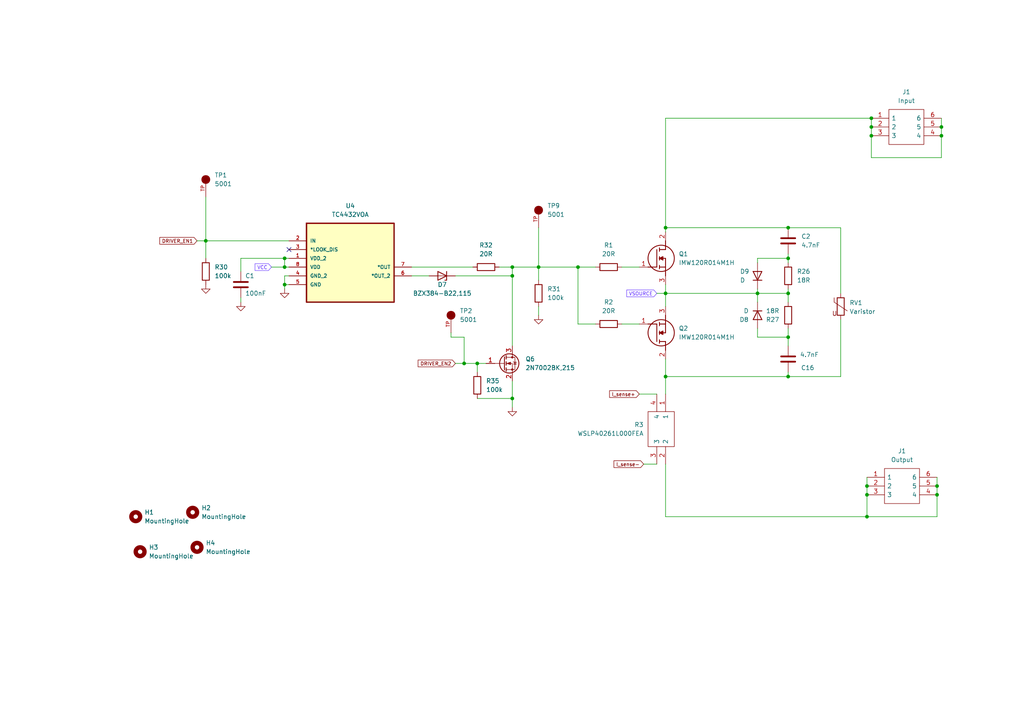
<source format=kicad_sch>
(kicad_sch (version 20230121) (generator eeschema)
  (paper "A4")
  (lib_symbols
    (symbol "5001:5001" (pin_names (offset 1.016))
      (property "Reference" "TP" (at -2.5444 2.5415 0))
      (property "Value" "5001" (at -2.55 -5.0866 0))
      (symbol "5001_0_0"
        (circle (center 0 0) (radius 0.635) (stroke (width 1.27)))
        (pin passive line (at -5.08 0 0) (length 5.08) (name "~") (number "TP"))
      )
    )
    (symbol "7461057:7461057" (pin_names (offset 0.762))
      (property "Reference" "J" (at 16.51 7.62 0))
      (property "Value" "7461057" (at 16.51 5.08 0))
      (symbol "7461057_0_0"
        (pin passive line (at 0 0 0) (length 5.08) (name "1") (number "1"))
        (pin passive line (at 0 -2.54 0) (length 5.08) (name "2") (number "2"))
        (pin passive line (at 0 -5.08 0) (length 5.08) (name "3") (number "3"))
        (pin passive line (at 20.32 -5.08 180) (length 5.08) (name "4") (number "4"))
        (pin passive line (at 20.32 -2.54 180) (length 5.08) (name "5") (number "5"))
        (pin passive line (at 20.32 0 180) (length 5.08) (name "6") (number "6"))
      )
      (symbol "7461057_0_1"
        (polyline (pts (xy 5.08 2.54) (xy 15.24 2.54) (xy 15.24 -7.62) (xy 5.08 -7.62) (xy 5.08 2.54)) (stroke (width 0.1524)))
      )
    )
    (symbol "Device:C" (pin_numbers hide) (pin_names (offset 0.254))
      (property "Reference" "C" (at 0.635 2.54 0))
      (property "Value" "C" (at 0.635 -2.54 0))
      (symbol "C_0_1"
        (polyline (pts (xy -2.032 -0.762) (xy 2.032 -0.762)) (stroke (width 0.508)))
        (polyline (pts (xy -2.032 0.762) (xy 2.032 0.762)) (stroke (width 0.508)))
      )
      (symbol "C_1_1"
        (pin passive line (at 0 3.81 270) (length 2.794) (name "~") (number "1"))
        (pin passive line (at 0 -3.81 90) (length 2.794) (name "~") (number "2"))
      )
    )
    (symbol "Device:D" (pin_numbers hide) (pin_names (offset 1.016) hide)
      (property "Reference" "D" (at 0 2.54 0))
      (property "Value" "D" (at 0 -2.54 0))
      (symbol "D_0_1"
        (polyline (pts (xy -1.27 1.27) (xy -1.27 -1.27)) (stroke (width 0.254)))
        (polyline (pts (xy 1.27 0) (xy -1.27 0)))
        (polyline (pts (xy 1.27 1.27) (xy 1.27 -1.27) (xy -1.27 0) (xy 1.27 1.27)) (stroke (width 0.254)))
      )
      (symbol "D_1_1"
        (pin passive line (at -3.81 0 0) (length 2.54) (name "K") (number "1"))
        (pin passive line (at 3.81 0 180) (length 2.54) (name "A") (number "2"))
      )
    )
    (symbol "Device:D_Zener" (pin_numbers hide) (pin_names (offset 1.016) hide)
      (property "Reference" "D" (at 0 2.54 0))
      (property "Value" "D_Zener" (at 0 -2.54 0))
      (symbol "D_Zener_0_1"
        (polyline (pts (xy 1.27 0) (xy -1.27 0)))
        (polyline (pts (xy -1.27 -1.27) (xy -1.27 1.27) (xy -0.762 1.27)) (stroke (width 0.254)))
        (polyline (pts (xy 1.27 -1.27) (xy 1.27 1.27) (xy -1.27 0) (xy 1.27 -1.27)) (stroke (width 0.254)))
      )
      (symbol "D_Zener_1_1"
        (pin passive line (at -3.81 0 0) (length 2.54) (name "K") (number "1"))
        (pin passive line (at 3.81 0 180) (length 2.54) (name "A") (number "2"))
      )
    )
    (symbol "Device:R" (pin_numbers hide) (pin_names (offset 0))
      (property "Reference" "R" (at 2.032 0 90))
      (property "Value" "R" (at 0 0 90))
      (symbol "R_0_1"
        (rectangle (start -1.016 -2.54) (end 1.016 2.54) (stroke (width 0.254)))
      )
      (symbol "R_1_1"
        (pin passive line (at 0 3.81 270) (length 1.27) (name "~") (number "1"))
        (pin passive line (at 0 -3.81 90) (length 1.27) (name "~") (number "2"))
      )
    )
    (symbol "Device:Varistor" (pin_numbers hide) (pin_names (offset 0))
      (property "Reference" "RV" (at 3.175 0 90))
      (property "Value" "Varistor" (at -3.175 0 90))
      (symbol "Varistor_0_0"
        (text "U" (at -1.778 -2.032 0) (effects (font (size 1.27 1.27))))
      )
      (symbol "Varistor_0_1"
        (rectangle (start -1.016 -2.54) (end 1.016 2.54) (stroke (width 0.254)))
        (polyline (pts (xy -1.905 2.54) (xy -1.905 1.27) (xy 1.905 -1.27)))
      )
      (symbol "Varistor_1_1"
        (pin passive line (at 0 3.81 270) (length 1.27) (name "~") (number "1"))
        (pin passive line (at 0 -3.81 90) (length 1.27) (name "~") (number "2"))
      )
    )
    (symbol "IMW120R014M1H:IMW120R014M1H" (pin_names hide)
      (property "Reference" "Q" (at 11.43 3.81 0))
      (property "Value" "IMW120R014M1H" (at 11.43 1.27 0))
      (symbol "IMW120R014M1H_1_1"
        (polyline (pts (xy 2.54 0) (xy 5.08 0)) (stroke (width 0.254)))
        (polyline (pts (xy 5.08 5.08) (xy 5.08 0)) (stroke (width 0.254)))
        (polyline (pts (xy 5.842 -0.508) (xy 5.842 0.508)) (stroke (width 0.254)))
        (polyline (pts (xy 5.842 0) (xy 7.62 0)) (stroke (width 0.254)))
        (polyline (pts (xy 5.842 2.032) (xy 5.842 3.048)) (stroke (width 0.254)))
        (polyline (pts (xy 5.842 5.588) (xy 5.842 4.572)) (stroke (width 0.254)))
        (polyline (pts (xy 7.62 2.54) (xy 5.842 2.54)) (stroke (width 0.254)))
        (polyline (pts (xy 7.62 2.54) (xy 7.62 -2.54)) (stroke (width 0.254)))
        (polyline (pts (xy 7.62 5.08) (xy 5.842 5.08)) (stroke (width 0.254)))
        (polyline (pts (xy 7.62 5.08) (xy 7.62 7.62)) (stroke (width 0.254)))
        (polyline (pts (xy 5.842 2.54) (xy 6.858 3.048) (xy 6.858 2.032) (xy 5.842 2.54)) (stroke (width 0.254)) (fill (type outline)))
        (circle (center 6.35 2.54) (radius 3.81) (stroke (width 0.254)))
        (pin passive line (at 0 0 0) (length 2.54) (name "G") (number "1"))
        (pin passive line (at 7.62 10.16 270) (length 2.54) (name "D") (number "2"))
        (pin passive line (at 7.62 -5.08 90) (length 2.54) (name "S") (number "3"))
      )
    )
    (symbol "Mechanical:MountingHole" (pin_names (offset 1.016))
      (property "Reference" "H" (at 0 5.08 0))
      (property "Value" "MountingHole" (at 0 3.175 0))
      (symbol "MountingHole_0_1"
        (circle (center 0 0) (radius 1.27) (stroke (width 1.27)))
      )
    )
    (symbol "TC4432VOA:TC4432VOA" (pin_names (offset 1.016))
      (property "Reference" "U" (at -4.5216 8.7638 0))
      (property "Value" "TC4432VOA" (at -6.5632 -18.0615 0))
      (symbol "TC4432VOA_0_0"
        (rectangle (start -12.7 -15.24) (end 12.7 7.62) (stroke (width 0.4064)) (fill (type background)))
        (pin power_in line (at -17.78 -2.54 0) (length 5.08) (name "VDD_2") (number "1"))
        (pin input line (at -17.78 2.54 0) (length 5.08) (name "IN") (number "2"))
        (pin input line (at -17.78 0 0) (length 5.08) (name "*LOOK_DIS") (number "3"))
        (pin passive line (at -17.78 -7.62 0) (length 5.08) (name "GND_2") (number "4"))
        (pin passive line (at -17.78 -10.16 0) (length 5.08) (name "GND") (number "5"))
        (pin output line (at 17.78 -7.62 180) (length 5.08) (name "*OUT_2") (number "6"))
        (pin output line (at 17.78 -5.08 180) (length 5.08) (name "*OUT") (number "7"))
        (pin power_in line (at -17.78 -5.08 0) (length 5.08) (name "VDD") (number "8"))
      )
    )
    (symbol "Transistor_FET:2N7002" (pin_names hide)
      (property "Reference" "Q" (at 5.08 1.905 0))
      (property "Value" "2N7002" (at 5.08 0 0))
      (symbol "2N7002_0_1"
        (polyline (pts (xy 0.254 0) (xy -2.54 0)))
        (polyline (pts (xy 0.254 1.905) (xy 0.254 -1.905)) (stroke (width 0.254)))
        (polyline (pts (xy 0.762 -1.27) (xy 0.762 -2.286)) (stroke (width 0.254)))
        (polyline (pts (xy 0.762 0.508) (xy 0.762 -0.508)) (stroke (width 0.254)))
        (polyline (pts (xy 0.762 2.286) (xy 0.762 1.27)) (stroke (width 0.254)))
        (polyline (pts (xy 2.54 2.54) (xy 2.54 1.778)))
        (polyline (pts (xy 2.54 -2.54) (xy 2.54 0) (xy 0.762 0)))
        (polyline (pts (xy 0.762 -1.778) (xy 3.302 -1.778) (xy 3.302 1.778) (xy 0.762 1.778)))
        (polyline (pts (xy 1.016 0) (xy 2.032 0.381) (xy 2.032 -0.381) (xy 1.016 0)) (fill (type outline)))
        (polyline (pts (xy 2.794 0.508) (xy 2.921 0.381) (xy 3.683 0.381) (xy 3.81 0.254)))
        (polyline (pts (xy 3.302 0.381) (xy 2.921 -0.254) (xy 3.683 -0.254) (xy 3.302 0.381)))
        (circle (center 1.651 0) (radius 2.794) (stroke (width 0.254)))
        (circle (center 2.54 -1.778) (radius 0.254) (fill (type outline)))
        (circle (center 2.54 1.778) (radius 0.254) (fill (type outline)))
      )
      (symbol "2N7002_1_1"
        (pin input line (at -5.08 0 0) (length 2.54) (name "G") (number "1"))
        (pin passive line (at 2.54 -5.08 90) (length 2.54) (name "S") (number "2"))
        (pin passive line (at 2.54 5.08 270) (length 2.54) (name "D") (number "3"))
      )
    )
    (symbol "WSLP40261L000FEA:WSLP40261L000FEA" (pin_names (offset 0.762))
      (property "Reference" "R" (at 16.51 7.62 0))
      (property "Value" "WSLP40261L000FEA" (at 16.51 5.08 0))
      (symbol "WSLP40261L000FEA_0_0"
        (pin passive line (at 0 -2.54 0) (length 5.08) (name "1") (number "1"))
        (pin passive line (at 20.32 -2.54 180) (length 5.08) (name "2") (number "2"))
        (pin passive line (at 20.32 0 180) (length 5.08) (name "3") (number "3"))
        (pin passive line (at 0 0 0) (length 5.08) (name "4") (number "4"))
      )
      (symbol "WSLP40261L000FEA_0_1"
        (polyline (pts (xy 5.08 2.54) (xy 15.24 2.54) (xy 15.24 -5.08) (xy 5.08 -5.08) (xy 5.08 2.54)) (stroke (width 0.1524)))
      )
    )
    (symbol "power:GND" (power) (pin_names (offset 0))
      (property "Value" "GND" (at 0 -3.81 0))
      (symbol "GND_0_1"
        (polyline (pts (xy 0 0) (xy 0 -1.27) (xy 1.27 -1.27) (xy 0 -2.54) (xy -1.27 -1.27) (xy 0 -1.27)))
      )
      (symbol "GND_1_1"
        (pin power_in line (at 0 0 270) (length 0) hide (name "GND") (number "1"))
      )
    )
  )
  (junction (at 82.55 77.47))
  (junction (at 134.62 105.41))
  (junction (at 252.73 39.37))
  (junction (at 138.43 105.41))
  (junction (at 251.46 143.51))
  (junction (at 273.05 36.83))
  (junction (at 148.59 80.01))
  (junction (at 82.55 82.55))
  (junction (at 167.64 77.47))
  (junction (at 228.6 97.79))
  (junction (at 59.69 69.85))
  (junction (at 273.05 39.37))
  (junction (at 228.6 74.93))
  (junction (at 251.46 149.86))
  (junction (at 228.6 85.09))
  (junction (at 156.21 77.47))
  (junction (at 271.78 143.51))
  (junction (at 219.71 85.09))
  (junction (at 271.78 140.97))
  (junction (at 193.04 109.22))
  (junction (at 148.59 115.57))
  (junction (at 228.6 109.22))
  (junction (at 252.73 34.29))
  (junction (at 193.04 85.09))
  (junction (at 252.73 36.83))
  (junction (at 228.6 66.04))
  (junction (at 251.46 140.97))
  (junction (at 82.55 74.93))
  (junction (at 148.59 77.47))
  (junction (at 193.04 66.04))
  (no_connect (at 83.82 72.39))
  (wire (pts (xy 243.84 92.71) (xy 243.84 109.22)))
  (wire (pts (xy 148.59 80.01) (xy 148.59 77.47)))
  (wire (pts (xy 273.05 34.29) (xy 273.05 36.83)))
  (wire (pts (xy 228.6 66.0567) (xy 243.84 66.0567)))
  (wire (pts (xy 228.6 97.79) (xy 228.6 100.33)))
  (wire (pts (xy 193.04 109.22) (xy 193.04 114.3)))
  (wire (pts (xy 251.46 138.43) (xy 251.46 140.97)))
  (wire (pts (xy 193.04 104.14) (xy 193.04 109.22)))
  (wire (pts (xy 59.69 57.15) (xy 59.69 69.85)))
  (wire (pts (xy 82.55 82.55) (xy 82.55 80.01)))
  (wire (pts (xy 172.72 93.98) (xy 167.64 93.98)))
  (wire (pts (xy 185.42 93.98) (xy 180.34 93.98)))
  (wire (pts (xy 219.71 97.79) (xy 219.71 95.25)))
  (wire (pts (xy 193.04 149.86) (xy 251.46 149.86)))
  (wire (pts (xy 69.85 86.36) (xy 69.85 87.63)))
  (wire (pts (xy 148.59 100.33) (xy 148.59 80.01)))
  (wire (pts (xy 228.6 83.82) (xy 228.6 85.09)))
  (wire (pts (xy 82.55 74.93) (xy 83.82 74.93)))
  (wire (pts (xy 193.04 85.09) (xy 219.71 85.09)))
  (wire (pts (xy 252.73 36.83) (xy 252.73 39.37)))
  (wire (pts (xy 134.62 97.79) (xy 134.62 105.41)))
  (wire (pts (xy 219.71 74.93) (xy 228.6 74.93)))
  (wire (pts (xy 243.84 66.0567) (xy 243.84 85.09)))
  (wire (pts (xy 148.59 115.57) (xy 148.59 110.49)))
  (wire (pts (xy 219.71 74.93) (xy 219.71 76.2)))
  (wire (pts (xy 219.71 97.79) (xy 228.6 97.79)))
  (wire (pts (xy 228.6 107.95) (xy 228.6 109.22)))
  (wire (pts (xy 228.6 109.22) (xy 243.84 109.22)))
  (wire (pts (xy 138.43 105.41) (xy 140.97 105.41)))
  (wire (pts (xy 180.34 77.47) (xy 185.42 77.47)))
  (wire (pts (xy 132.08 105.41) (xy 134.62 105.41)))
  (wire (pts (xy 251.46 149.86) (xy 251.46 143.51)))
  (wire (pts (xy 57.15 69.85) (xy 59.69 69.85)))
  (wire (pts (xy 82.55 77.47) (xy 83.82 77.47)))
  (wire (pts (xy 134.62 105.41) (xy 138.43 105.41)))
  (wire (pts (xy 252.73 45.72) (xy 252.73 39.37)))
  (wire (pts (xy 252.73 34.29) (xy 252.73 36.83)))
  (wire (pts (xy 148.59 118.11) (xy 148.59 115.57)))
  (wire (pts (xy 59.69 69.85) (xy 59.69 74.93)))
  (wire (pts (xy 228.6 66.0567) (xy 228.6 66.04)))
  (wire (pts (xy 251.46 140.97) (xy 251.46 143.51)))
  (wire (pts (xy 130.81 97.79) (xy 134.62 97.79)))
  (wire (pts (xy 156.21 77.47) (xy 156.21 81.28)))
  (wire (pts (xy 82.55 82.55) (xy 83.82 82.55)))
  (wire (pts (xy 138.43 115.57) (xy 148.59 115.57)))
  (wire (pts (xy 193.04 85.09) (xy 193.04 88.9)))
  (wire (pts (xy 69.85 78.74) (xy 69.85 74.93)))
  (wire (pts (xy 228.6 97.79) (xy 228.6 95.25)))
  (wire (pts (xy 124.46 80.01) (xy 119.38 80.01)))
  (wire (pts (xy 219.71 85.09) (xy 219.71 83.82)))
  (wire (pts (xy 156.21 77.47) (xy 167.64 77.47)))
  (wire (pts (xy 273.05 39.37) (xy 273.05 45.72)))
  (wire (pts (xy 219.71 85.09) (xy 228.6 85.09)))
  (wire (pts (xy 185.42 114.3) (xy 190.5 114.3)))
  (wire (pts (xy 119.38 77.47) (xy 137.16 77.47)))
  (wire (pts (xy 190.5 85.09) (xy 193.04 85.09)))
  (wire (pts (xy 167.64 77.47) (xy 167.64 93.98)))
  (wire (pts (xy 271.78 140.97) (xy 271.78 143.51)))
  (wire (pts (xy 138.43 107.95) (xy 138.43 105.41)))
  (wire (pts (xy 193.04 109.22) (xy 228.6 109.22)))
  (wire (pts (xy 193.04 149.86) (xy 193.04 134.62)))
  (wire (pts (xy 82.55 83.82) (xy 82.55 82.55)))
  (wire (pts (xy 219.71 85.09) (xy 219.71 87.63)))
  (wire (pts (xy 82.55 80.01) (xy 83.82 80.01)))
  (wire (pts (xy 228.6 73.66) (xy 228.6 74.93)))
  (wire (pts (xy 130.81 96.52) (xy 130.81 97.79)))
  (wire (pts (xy 193.04 34.29) (xy 252.73 34.29)))
  (wire (pts (xy 69.85 74.93) (xy 82.55 74.93)))
  (wire (pts (xy 273.05 45.72) (xy 252.73 45.72)))
  (wire (pts (xy 167.64 77.47) (xy 172.72 77.47)))
  (wire (pts (xy 273.05 36.83) (xy 273.05 39.37)))
  (wire (pts (xy 144.78 77.47) (xy 148.59 77.47)))
  (wire (pts (xy 82.55 74.93) (xy 82.55 77.47)))
  (wire (pts (xy 271.78 143.51) (xy 271.78 149.86)))
  (wire (pts (xy 78.74 77.47) (xy 82.55 77.47)))
  (wire (pts (xy 148.59 77.47) (xy 156.21 77.47)))
  (wire (pts (xy 132.08 80.01) (xy 148.59 80.01)))
  (wire (pts (xy 271.78 138.43) (xy 271.78 140.97)))
  (wire (pts (xy 193.04 85.09) (xy 193.04 82.55)))
  (wire (pts (xy 228.6 85.09) (xy 228.6 87.63)))
  (wire (pts (xy 193.04 66.04) (xy 228.6 66.04)))
  (wire (pts (xy 228.6 74.93) (xy 228.6 76.2)))
  (wire (pts (xy 193.04 34.29) (xy 193.04 66.04)))
  (wire (pts (xy 186.69 134.62) (xy 190.5 134.62)))
  (wire (pts (xy 156.21 91.44) (xy 156.21 88.9)))
  (wire (pts (xy 156.21 66.04) (xy 156.21 77.47)))
  (wire (pts (xy 59.69 69.85) (xy 83.82 69.85)))
  (wire (pts (xy 193.04 66.04) (xy 193.04 67.31)))
  (wire (pts (xy 271.78 149.86) (xy 251.46 149.86)))
  (global_label "VSOURCE" (shape input) (at 190.5 85.09 180) (effects (font (size 1 1))) (property "Intersheetrefs" "${INTERSHEET_REFS}" (effects hide)))
  (global_label "VCC" (shape input) (at 78.74 77.47 180) (effects (font (size 1 1))) (property "Intersheetrefs" "${INTERSHEET_REFS}" (effects hide)))
  (global_label "I_sense+" (shape input) (at 185.42 114.3 180) (effects (font (size 1 1))) (property "Intersheetrefs" "${INTERSHEET_REFS}" (effects hide)))
  (global_label "DRIVER_EN1" (shape input) (at 57.15 69.85 180) (effects (font (size 1 1))) (property "Intersheetrefs" "${INTERSHEET_REFS}" (effects hide)))
  (global_label "I_sense-" (shape input) (at 186.69 134.62 180) (effects (font (size 1 1))) (property "Intersheetrefs" "${INTERSHEET_REFS}" (effects hide)))
  (global_label "DRIVER_EN2" (shape input) (at 132.08 105.41 180) (effects (font (size 1 1))) (property "Intersheetrefs" "${INTERSHEET_REFS}" (effects hide)))
  (symbol (lib_id "5001:5001") (at 59.69 52.07 90) (unit 1)
    (property "Reference" "TP1" (at 62.23 50.8 90) (effects (justify right)))
    (property "Value" "5001" (at 62.23 53.34 90) (effects (justify right)))
    (property "Footprint" "5001 tp:KEYSTONE_5001" (effects hide))
    (property "MF" "Keystone Electronics Corp." (effects hide))
    (property "MAXIMUM_PACKAGE_HEIGHT" "4.57 mm" (effects hide))
    (property "Package" "None" (effects hide))
    (property "Price" "None" (effects hide))
    (property "Check_prices" "https://www.snapeda.com/parts/5001/Keystone+Electronics/view-part/?ref=eda" (effects hide))
    (property "STANDARD" "Manufacturer Recommendations" (effects hide))
    (property "PARTREV" "H" (effects hide))
    (property "SnapEDA_Link" "https://www.snapeda.com/parts/5001/Keystone+Electronics/view-part/?ref=snap" (effects hide))
    (property "MP" "5001" (effects hide))
    (property "Description" "\nBlack PC Test Point, Miniature Phosphor Bronze Silver Plating 0.040 (1.02mm) Hole Diameter Mounting Type\n" (effects hide))
    (property "MANUFACTURER" "Keystone" (effects hide))
    (property "Availability" "In Stock" (effects hide))
    (property "SNAPEDA_PN" "5000" (effects hide))
  )
  (symbol (lib_id "5001:5001") (at 130.81 91.44 90) (unit 1)
    (property "Reference" "TP2" (at 133.35 90.17 90) (effects (justify right)))
    (property "Value" "5001" (at 133.35 92.71 90) (effects (justify right)))
    (property "Footprint" "5001 tp:KEYSTONE_5001" (effects hide))
    (property "MF" "Keystone Electronics Corp." (effects hide))
    (property "MAXIMUM_PACKAGE_HEIGHT" "4.57 mm" (effects hide))
    (property "Package" "None" (effects hide))
    (property "Price" "None" (effects hide))
    (property "Check_prices" "https://www.snapeda.com/parts/5001/Keystone+Electronics/view-part/?ref=eda" (effects hide))
    (property "STANDARD" "Manufacturer Recommendations" (effects hide))
    (property "PARTREV" "H" (effects hide))
    (property "SnapEDA_Link" "https://www.snapeda.com/parts/5001/Keystone+Electronics/view-part/?ref=snap" (effects hide))
    (property "MP" "5001" (effects hide))
    (property "Description" "\nBlack PC Test Point, Miniature Phosphor Bronze Silver Plating 0.040 (1.02mm) Hole Diameter Mounting Type\n" (effects hide))
    (property "MANUFACTURER" "Keystone" (effects hide))
    (property "Availability" "In Stock" (effects hide))
    (property "SNAPEDA_PN" "5000" (effects hide))
  )
  (symbol (lib_id "Device:R") (at 59.69 78.74 180) (unit 1)
    (property "Reference" "R30" (at 62.23 77.47 0) (effects (justify right)))
    (property "Value" "100k" (at 62.23 80.01 0) (effects (justify right)))
    (property "Footprint" "Resistor_SMD:R_0805_2012Metric" (effects hide))
  )
  (symbol (lib_id "Device:R") (at 176.53 77.47 90) (unit 1)
    (property "Reference" "R1" (at 176.53 71.12 90))
    (property "Value" "20R" (at 176.53 73.66 90))
    (property "Footprint" "Resistor_SMD:R_0805_2012Metric" (effects hide))
  )
  (symbol (lib_id "Device:D_Zener") (at 128.27 80.01 180) (unit 1)
    (property "Reference" "D7" (at 128.27 82.55 0))
    (property "Value" "BZX384-B22,115" (at 128.27 85.09 0))
    (property "Footprint" "Diode_SMD:D_SOD-323" (effects hide))
  )
  (symbol (lib_id "Device:D") (at 219.71 80.01 90) (unit 1)
    (property "Reference" "D9" (at 214.63 78.74 90) (effects (justify right)))
    (property "Value" "D" (at 214.63 81.28 90) (effects (justify right)))
    (property "Footprint" "Diode_THT:D_DO-201AE_P12.70mm_Horizontal" (effects hide))
    (property "Sim.Device" "D" (effects hide))
    (property "Sim.Pins" "1=K 2=A" (effects hide))
  )
  (symbol (lib_id "7461057:7461057") (at 251.46 138.43 0) (unit 1)
    (property "Reference" "J1" (at 261.62 130.81 0))
    (property "Value" "Output" (at 261.62 133.35 0))
    (property "Footprint" "7461057:7461057" (effects hide))
    (property "Datasheet" "https://katalog.we-online.com/em/datasheet/7461057.pdf" (effects hide))
    (property "Description" "PCB power element bush terminal, 6P, M3" (effects hide))
    (property "Height" "6.2" (effects hide))
    (property "Manufacturer_Name" "Wurth Elektronik" (effects hide))
    (property "Manufacturer_Part_Number" "7461057" (effects hide))
    (property "Mouser Part Number" "710-7461057" (effects hide))
    (property "Mouser Price/Stock" "https://www.mouser.co.uk/ProductDetail/Wurth-Elektronik/7461057?qs=lykWx4dhCCH1DoqS0WFLUA%3D%3D" (effects hide))
    (instances (project "SiC based Battery Disconnect" (path "" (reference "J1") (unit 1)) (path "" (reference "J2") (unit 1))))
  )
  (symbol (lib_id "5001:5001") (at 156.21 60.96 90) (unit 1)
    (property "Reference" "TP9" (at 158.75 59.69 90) (effects (justify right)))
    (property "Value" "5001" (at 158.75 62.23 90) (effects (justify right)))
    (property "Footprint" "5001 tp:KEYSTONE_5001" (effects hide))
    (property "MF" "Keystone Electronics Corp." (effects hide))
    (property "MAXIMUM_PACKAGE_HEIGHT" "4.57 mm" (effects hide))
    (property "Package" "None" (effects hide))
    (property "Price" "None" (effects hide))
    (property "Check_prices" "https://www.snapeda.com/parts/5001/Keystone+Electronics/view-part/?ref=eda" (effects hide))
    (property "STANDARD" "Manufacturer Recommendations" (effects hide))
    (property "PARTREV" "H" (effects hide))
    (property "SnapEDA_Link" "https://www.snapeda.com/parts/5001/Keystone+Electronics/view-part/?ref=snap" (effects hide))
    (property "MP" "5001" (effects hide))
    (property "Description" "\nBlack PC Test Point, Miniature Phosphor Bronze Silver Plating 0.040 (1.02mm) Hole Diameter Mounting Type\n" (effects hide))
    (property "MANUFACTURER" "Keystone" (effects hide))
    (property "Availability" "In Stock" (effects hide))
    (property "SNAPEDA_PN" "5000" (effects hide))
  )
  (symbol (lib_id "Mechanical:MountingHole") (at 39.37 149.86 0) (unit 1)
    (property "Reference" "H1" (at 41.91 148.59 0) (effects (justify left)))
    (property "Value" "MountingHole" (at 41.91 151.13 0) (effects (justify left)))
    (property "Footprint" "MountingHole:MountingHole_3.2mm_M3" (effects hide))
  )
  (symbol (lib_id "IMW120R014M1H:IMW120R014M1H") (at 185.42 93.98 0) (mirror x) (unit 1)
    (property "Reference" "Q2" (at 196.85 95.25 0) (effects (justify left)))
    (property "Value" "IMW120R014M1H" (at 196.85 97.79 0) (effects (justify left)))
    (property "Footprint" "IMW120R014M1H:IMW120R014M1H" (effects hide))
    (property "Datasheet" "https://www.infineon.com/dgdl/Infineon-IMW120R014M1H-DataSheet-v01_10-EN.pdf?fileId=8ac78c8c7f2a768a017f8783973231b5" (effects hide))
    (property "Height" "25.57" (effects hide))
    (property "Manufacturer_Name" "Infineon" (effects hide))
    (property "Manufacturer_Part_Number" "IMW120R014M1H" (effects hide))
  )
  (symbol (lib_id "Device:R") (at 176.53 93.98 90) (unit 1)
    (property "Reference" "R2" (at 176.53 87.63 90))
    (property "Value" "20R" (at 176.53 90.17 90))
    (property "Footprint" "Resistor_SMD:R_0805_2012Metric" (effects hide))
  )
  (symbol (lib_id "TC4432VOA:TC4432VOA") (at 101.6 72.39 0) (unit 1)
    (property "Reference" "U4" (at 101.6 59.69 0))
    (property "Value" "TC4432VOA" (at 101.6 62.23 0))
    (property "Footprint" "TC4432VOA:SOIC127P600X175-8N" (effects hide))
    (property "SUPPLIER" "MICROCHIP" (effects hide))
    (property "OC_FARNELL" "1439737" (effects hide))
    (property "OC_NEWARK" "64K2280" (effects hide))
    (property "MPN" "TC4432VOA" (effects hide))
    (property "PACKAGE" "SOIC-8" (effects hide))
  )
  (symbol (lib_id "Mechanical:MountingHole") (at 55.88 148.59 0) (unit 1)
    (property "Reference" "H2" (at 58.42 147.32 0) (effects (justify left)))
    (property "Value" "MountingHole" (at 58.42 149.86 0) (effects (justify left)))
    (property "Footprint" "MountingHole:MountingHole_3.2mm_M3" (effects hide))
  )
  (symbol (lib_id "power:GND") (at 148.59 118.11 0) (unit 1)
    (property "Reference" "#PWR06" (effects hide))
    (property "Value" "GND" (effects hide))
  )
  (symbol (lib_id "WSLP40261L000FEA:WSLP40261L000FEA") (at 190.5 114.3 90) (mirror x) (unit 1)
    (property "Reference" "R3" (at 186.69 123.19 90) (effects (justify left)))
    (property "Value" "WSLP40261L000FEA" (at 186.69 125.73 90) (effects (justify left)))
    (property "Footprint" "WSLP40261L000FEA:WSLP40261L000FEA" (effects hide))
    (property "Datasheet" "https://www.vishay.com/doc?30180" (effects hide))
    (property "Description" "Current Sense Resistors - SMD 7watt 0.001ohm 1%" (effects hide))
    (property "Height" "2.88" (effects hide))
    (property "Manufacturer_Name" "Vishay" (effects hide))
    (property "Manufacturer_Part_Number" "WSLP40261L000FEA" (effects hide))
    (property "Mouser Part Number" "71-WSLP40261L000FEA" (effects hide))
    (property "Mouser Price/Stock" "https://www.mouser.co.uk/ProductDetail/Vishay-Dale/WSLP40261L000FEA?qs=rzJGveiEhFPwLcwFpj2Tug%3D%3D" (effects hide))
    (property "Arrow Part Number" "WSLP40261L000FEA" (effects hide))
    (property "Arrow Price/Stock" "https://www.arrow.com/en/products/wslp40261l000fea/vishay?region=nac" (effects hide))
  )
  (symbol (lib_id "7461057:7461057") (at 252.73 34.29 0) (unit 1)
    (property "Reference" "J1" (at 262.89 26.67 0))
    (property "Value" "Input" (at 262.89 29.21 0))
    (property "Footprint" "7461057:7461057" (effects hide))
    (property "Datasheet" "https://katalog.we-online.com/em/datasheet/7461057.pdf" (effects hide))
    (property "Description" "PCB power element bush terminal, 6P, M3" (effects hide))
    (property "Height" "6.2" (effects hide))
    (property "Manufacturer_Name" "Wurth Elektronik" (effects hide))
    (property "Manufacturer_Part_Number" "7461057" (effects hide))
    (property "Mouser Part Number" "710-7461057" (effects hide))
    (property "Mouser Price/Stock" "https://www.mouser.co.uk/ProductDetail/Wurth-Elektronik/7461057?qs=lykWx4dhCCH1DoqS0WFLUA%3D%3D" (effects hide))
  )
  (symbol (lib_id "Device:Varistor") (at 243.84 88.9 0) (unit 1)
    (property "Reference" "RV1" (at 246.38 87.8233 0) (effects (justify left)))
    (property "Value" "Varistor" (at 246.38 90.3633 0) (effects (justify left)))
    (property "Footprint" "Varistor:VARRB750W100L2050T1200H2800" (effects hide))
    (property "Sim.Name" "kicad_builtin_varistor" (effects hide))
    (property "Sim.Device" "SUBCKT" (effects hide))
    (property "Sim.Pins" "1=A 2=B" (effects hide))
    (property "Sim.Params" "threshold=1k" (effects hide))
    (property "Sim.Library" "${KICAD7_SYMBOL_DIR}/Simulation_SPICE.sp" (effects hide))
  )
  (symbol (lib_id "power:GND") (at 59.69 82.55 0) (unit 1)
    (property "Reference" "#PWR05" (effects hide))
    (property "Value" "GND" (effects hide))
  )
  (symbol (lib_id "Device:C") (at 228.6 104.14 180) (unit 1)
    (property "Reference" "C16" (at 236.22 106.68 0) (effects (justify left)))
    (property "Value" "4.7nF" (at 237.49 102.87 0) (effects (justify left)))
    (property "Footprint" "Capacitor_SMD:C_1812_4532Metric" (effects hide))
  )
  (symbol (lib_id "Device:R") (at 156.21 85.09 180) (unit 1)
    (property "Reference" "R31" (at 158.75 83.82 0) (effects (justify right)))
    (property "Value" "100k" (at 158.75 86.36 0) (effects (justify right)))
    (property "Footprint" "Resistor_SMD:R_0805_2012Metric" (effects hide))
  )
  (symbol (lib_id "Mechanical:MountingHole") (at 57.15 158.75 0) (unit 1)
    (property "Reference" "H4" (at 59.69 157.48 0) (effects (justify left)))
    (property "Value" "MountingHole" (at 59.69 160.02 0) (effects (justify left)))
    (property "Footprint" "MountingHole:MountingHole_3.2mm_M3" (effects hide))
  )
  (symbol (lib_id "power:GND") (at 82.55 83.82 0) (unit 1)
    (property "Reference" "#PWR02" (effects hide))
    (property "Value" "GND" (effects hide))
  )
  (symbol (lib_id "Device:C") (at 69.85 82.55 0) (unit 1)
    (property "Reference" "C1" (at 71.12 80.01 0) (effects (justify left)))
    (property "Value" "100nF" (at 71.12 85.09 0) (effects (justify left)))
    (property "Footprint" "Capacitor_SMD:C_0805_2012Metric" (effects hide))
  )
  (symbol (lib_id "Mechanical:MountingHole") (at 40.64 160.02 0) (unit 1)
    (property "Reference" "H3" (at 43.18 158.75 0) (effects (justify left)))
    (property "Value" "MountingHole" (at 43.18 161.29 0) (effects (justify left)))
    (property "Footprint" "MountingHole:MountingHole_3.2mm_M3" (effects hide))
  )
  (symbol (lib_id "power:GND") (at 69.85 87.63 0) (unit 1)
    (property "Reference" "#PWR01" (effects hide))
    (property "Value" "GND" (effects hide))
  )
  (symbol (lib_id "Device:R") (at 228.6 80.01 0) (unit 1)
    (property "Reference" "R26" (at 231.14 78.74 0) (effects (justify left)))
    (property "Value" "18R" (at 231.14 81.28 0) (effects (justify left)))
    (property "Footprint" "Resistor_SMD:R_2512_6332Metric" (effects hide))
  )
  (symbol (lib_id "Device:R") (at 140.97 77.47 90) (unit 1)
    (property "Reference" "R32" (at 140.97 71.12 90))
    (property "Value" "20R" (at 140.97 73.66 90))
    (property "Footprint" "Resistor_SMD:R_0805_2012Metric" (effects hide))
  )
  (symbol (lib_id "Device:R") (at 228.6 91.44 180) (unit 1)
    (property "Reference" "R27" (at 226.06 92.71 0) (effects (justify left)))
    (property "Value" "18R" (at 226.06 90.17 0) (effects (justify left)))
    (property "Footprint" "Resistor_SMD:R_2512_6332Metric" (effects hide))
  )
  (symbol (lib_id "Transistor_FET:2N7002") (at 146.05 105.41 0) (unit 1)
    (property "Reference" "Q6" (at 152.4 104.14 0) (effects (justify left)))
    (property "Value" "2N7002BK,215" (at 152.4 106.68 0) (effects (justify left)))
    (property "Footprint" "Package_TO_SOT_SMD:SOT-23" (effects hide))
    (property "Datasheet" "https://www.onsemi.com/pub/Collateral/NDS7002A-D.PDF" (effects hide))
  )
  (symbol (lib_id "power:GND") (at 156.21 91.44 0) (unit 1)
    (property "Reference" "#PWR032" (effects hide))
    (property "Value" "GND" (effects hide))
  )
  (symbol (lib_id "IMW120R014M1H:IMW120R014M1H") (at 185.42 77.47 0) (unit 1)
    (property "Reference" "Q1" (at 196.85 73.66 0) (effects (justify left)))
    (property "Value" "IMW120R014M1H" (at 196.85 76.2 0) (effects (justify left)))
    (property "Footprint" "IMW120R014M1H:IMW120R014M1H" (effects hide))
    (property "Datasheet" "https://www.infineon.com/dgdl/Infineon-IMW120R014M1H-DataSheet-v01_10-EN.pdf?fileId=8ac78c8c7f2a768a017f8783973231b5" (effects hide))
    (property "Height" "25.57" (effects hide))
    (property "Manufacturer_Name" "Infineon" (effects hide))
    (property "Manufacturer_Part_Number" "IMW120R014M1H" (effects hide))
  )
  (symbol (lib_id "Device:C") (at 228.6 69.85 0) (unit 1)
    (property "Reference" "C2" (at 232.41 68.58 0) (effects (justify left)))
    (property "Value" "4.7nF" (at 232.41 71.12 0) (effects (justify left)))
    (property "Footprint" "Capacitor_SMD:C_1812_4532Metric" (effects hide))
  )
  (symbol (lib_id "Device:D") (at 219.71 91.44 270) (unit 1)
    (property "Reference" "D8" (at 217.17 92.71 90) (effects (justify right)))
    (property "Value" "D" (at 217.17 90.17 90) (effects (justify right)))
    (property "Footprint" "Diode_THT:D_DO-201AE_P12.70mm_Horizontal" (effects hide))
    (property "Sim.Device" "D" (effects hide))
    (property "Sim.Pins" "1=K 2=A" (effects hide))
  )
  (symbol (lib_id "Device:R") (at 138.43 111.76 180) (unit 1)
    (property "Reference" "R35" (at 140.97 110.49 0) (effects (justify right)))
    (property "Value" "100k" (at 140.97 113.03 0) (effects (justify right)))
    (property "Footprint" "Resistor_SMD:R_0805_2012Metric" (effects hide))
  )
)
</source>
